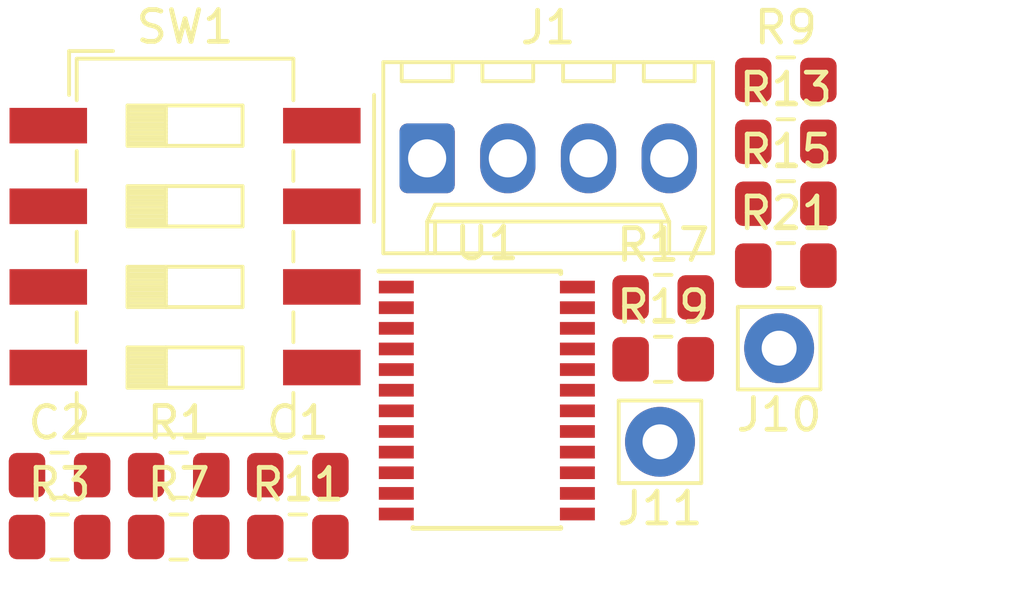
<source format=kicad_pcb>
(kicad_pcb (version 20171130) (host pcbnew 5.0.2+dfsg1-1~bpo9+1)

  (general
    (thickness 1.6)
    (drawings 0)
    (tracks 0)
    (zones 0)
    (modules 17)
    (nets 29)
  )

  (page A4)
  (layers
    (0 F.Cu signal)
    (31 B.Cu signal)
    (32 B.Adhes user)
    (33 F.Adhes user)
    (34 B.Paste user)
    (35 F.Paste user)
    (36 B.SilkS user)
    (37 F.SilkS user)
    (38 B.Mask user)
    (39 F.Mask user)
    (40 Dwgs.User user)
    (41 Cmts.User user)
    (42 Eco1.User user)
    (43 Eco2.User user)
    (44 Edge.Cuts user)
    (45 Margin user)
    (46 B.CrtYd user)
    (47 F.CrtYd user)
    (48 B.Fab user)
    (49 F.Fab user)
  )

  (setup
    (last_trace_width 0.25)
    (trace_clearance 0.2)
    (zone_clearance 0.508)
    (zone_45_only no)
    (trace_min 0.2)
    (segment_width 0.2)
    (edge_width 0.15)
    (via_size 0.8)
    (via_drill 0.4)
    (via_min_size 0.4)
    (via_min_drill 0.3)
    (uvia_size 0.3)
    (uvia_drill 0.1)
    (uvias_allowed no)
    (uvia_min_size 0.2)
    (uvia_min_drill 0.1)
    (pcb_text_width 0.3)
    (pcb_text_size 1.5 1.5)
    (mod_edge_width 0.15)
    (mod_text_size 1 1)
    (mod_text_width 0.15)
    (pad_size 1.524 1.524)
    (pad_drill 0.762)
    (pad_to_mask_clearance 0.051)
    (solder_mask_min_width 0.25)
    (aux_axis_origin 0 0)
    (visible_elements FFFFFF7F)
    (pcbplotparams
      (layerselection 0x010fc_ffffffff)
      (usegerberextensions false)
      (usegerberattributes false)
      (usegerberadvancedattributes false)
      (creategerberjobfile false)
      (excludeedgelayer true)
      (linewidth 0.100000)
      (plotframeref false)
      (viasonmask false)
      (mode 1)
      (useauxorigin false)
      (hpglpennumber 1)
      (hpglpenspeed 20)
      (hpglpendiameter 15.000000)
      (psnegative false)
      (psa4output false)
      (plotreference true)
      (plotvalue true)
      (plotinvisibletext false)
      (padsonsilk false)
      (subtractmaskfromsilk false)
      (outputformat 1)
      (mirror false)
      (drillshape 1)
      (scaleselection 1)
      (outputdirectory ""))
  )

  (net 0 "")
  (net 1 "Net-(C1-Pad2)")
  (net 2 "Net-(C1-Pad1)")
  (net 3 "Net-(J1-Pad3)")
  (net 4 "Net-(J1-Pad4)")
  (net 5 "Net-(J10-Pad1)")
  (net 6 "Net-(J11-Pad1)")
  (net 7 "Net-(R3-Pad1)")
  (net 8 "Net-(J2-Pad3)")
  (net 9 "Net-(J3-Pad3)")
  (net 10 "Net-(J4-Pad3)")
  (net 11 "Net-(J5-Pad3)")
  (net 12 "Net-(J6-Pad3)")
  (net 13 "Net-(J7-Pad3)")
  (net 14 "Net-(J8-Pad3)")
  (net 15 "Net-(J9-Pad3)")
  (net 16 "Net-(SW1-Pad5)")
  (net 17 "Net-(R6-Pad2)")
  (net 18 "Net-(R4-Pad2)")
  (net 19 "Net-(SW1-Pad4)")
  (net 20 "Net-(R2-Pad2)")
  (net 21 "Net-(J2-Pad4)")
  (net 22 "Net-(J3-Pad4)")
  (net 23 "Net-(J4-Pad4)")
  (net 24 "Net-(J5-Pad4)")
  (net 25 "Net-(J6-Pad4)")
  (net 26 "Net-(J7-Pad4)")
  (net 27 "Net-(J8-Pad4)")
  (net 28 "Net-(J9-Pad4)")

  (net_class Default "Ceci est la Netclass par défaut."
    (clearance 0.2)
    (trace_width 0.25)
    (via_dia 0.8)
    (via_drill 0.4)
    (uvia_dia 0.3)
    (uvia_drill 0.1)
    (add_net "Net-(C1-Pad1)")
    (add_net "Net-(C1-Pad2)")
    (add_net "Net-(J1-Pad3)")
    (add_net "Net-(J1-Pad4)")
    (add_net "Net-(J10-Pad1)")
    (add_net "Net-(J11-Pad1)")
    (add_net "Net-(J2-Pad3)")
    (add_net "Net-(J2-Pad4)")
    (add_net "Net-(J3-Pad3)")
    (add_net "Net-(J3-Pad4)")
    (add_net "Net-(J4-Pad3)")
    (add_net "Net-(J4-Pad4)")
    (add_net "Net-(J5-Pad3)")
    (add_net "Net-(J5-Pad4)")
    (add_net "Net-(J6-Pad3)")
    (add_net "Net-(J6-Pad4)")
    (add_net "Net-(J7-Pad3)")
    (add_net "Net-(J7-Pad4)")
    (add_net "Net-(J8-Pad3)")
    (add_net "Net-(J8-Pad4)")
    (add_net "Net-(J9-Pad3)")
    (add_net "Net-(J9-Pad4)")
    (add_net "Net-(R2-Pad2)")
    (add_net "Net-(R3-Pad1)")
    (add_net "Net-(R4-Pad2)")
    (add_net "Net-(R6-Pad2)")
    (add_net "Net-(SW1-Pad4)")
    (add_net "Net-(SW1-Pad5)")
  )

  (module Capacitor_SMD:C_0805_2012Metric_Pad1.15x1.40mm_HandSolder (layer F.Cu) (tedit 5B36C52B) (tstamp 5D0645F2)
    (at 117.325001 61.685001)
    (descr "Capacitor SMD 0805 (2012 Metric), square (rectangular) end terminal, IPC_7351 nominal with elongated pad for handsoldering. (Body size source: https://docs.google.com/spreadsheets/d/1BsfQQcO9C6DZCsRaXUlFlo91Tg2WpOkGARC1WS5S8t0/edit?usp=sharing), generated with kicad-footprint-generator")
    (tags "capacitor handsolder")
    (path /5D02C712)
    (attr smd)
    (fp_text reference C1 (at 0 -1.65) (layer F.SilkS)
      (effects (font (size 1 1) (thickness 0.15)))
    )
    (fp_text value 100n (at 0 1.65) (layer F.Fab)
      (effects (font (size 1 1) (thickness 0.15)))
    )
    (fp_text user %R (at 0 0) (layer F.Fab)
      (effects (font (size 0.5 0.5) (thickness 0.08)))
    )
    (fp_line (start 1.85 0.95) (end -1.85 0.95) (layer F.CrtYd) (width 0.05))
    (fp_line (start 1.85 -0.95) (end 1.85 0.95) (layer F.CrtYd) (width 0.05))
    (fp_line (start -1.85 -0.95) (end 1.85 -0.95) (layer F.CrtYd) (width 0.05))
    (fp_line (start -1.85 0.95) (end -1.85 -0.95) (layer F.CrtYd) (width 0.05))
    (fp_line (start -0.261252 0.71) (end 0.261252 0.71) (layer F.SilkS) (width 0.12))
    (fp_line (start -0.261252 -0.71) (end 0.261252 -0.71) (layer F.SilkS) (width 0.12))
    (fp_line (start 1 0.6) (end -1 0.6) (layer F.Fab) (width 0.1))
    (fp_line (start 1 -0.6) (end 1 0.6) (layer F.Fab) (width 0.1))
    (fp_line (start -1 -0.6) (end 1 -0.6) (layer F.Fab) (width 0.1))
    (fp_line (start -1 0.6) (end -1 -0.6) (layer F.Fab) (width 0.1))
    (pad 2 smd roundrect (at 1.025 0) (size 1.15 1.4) (layers F.Cu F.Paste F.Mask) (roundrect_rratio 0.217391)
      (net 1 "Net-(C1-Pad2)"))
    (pad 1 smd roundrect (at -1.025 0) (size 1.15 1.4) (layers F.Cu F.Paste F.Mask) (roundrect_rratio 0.217391)
      (net 2 "Net-(C1-Pad1)"))
    (model ${KISYS3DMOD}/Capacitor_SMD.3dshapes/C_0805_2012Metric.wrl
      (at (xyz 0 0 0))
      (scale (xyz 1 1 1))
      (rotate (xyz 0 0 0))
    )
  )

  (module Capacitor_SMD:C_0805_2012Metric_Pad1.15x1.40mm_HandSolder (layer F.Cu) (tedit 5B36C52B) (tstamp 5D064603)
    (at 109.825001 61.685001)
    (descr "Capacitor SMD 0805 (2012 Metric), square (rectangular) end terminal, IPC_7351 nominal with elongated pad for handsoldering. (Body size source: https://docs.google.com/spreadsheets/d/1BsfQQcO9C6DZCsRaXUlFlo91Tg2WpOkGARC1WS5S8t0/edit?usp=sharing), generated with kicad-footprint-generator")
    (tags "capacitor handsolder")
    (path /5D02C761)
    (attr smd)
    (fp_text reference C2 (at 0 -1.65) (layer F.SilkS)
      (effects (font (size 1 1) (thickness 0.15)))
    )
    (fp_text value 1u (at 0 1.65) (layer F.Fab)
      (effects (font (size 1 1) (thickness 0.15)))
    )
    (fp_line (start -1 0.6) (end -1 -0.6) (layer F.Fab) (width 0.1))
    (fp_line (start -1 -0.6) (end 1 -0.6) (layer F.Fab) (width 0.1))
    (fp_line (start 1 -0.6) (end 1 0.6) (layer F.Fab) (width 0.1))
    (fp_line (start 1 0.6) (end -1 0.6) (layer F.Fab) (width 0.1))
    (fp_line (start -0.261252 -0.71) (end 0.261252 -0.71) (layer F.SilkS) (width 0.12))
    (fp_line (start -0.261252 0.71) (end 0.261252 0.71) (layer F.SilkS) (width 0.12))
    (fp_line (start -1.85 0.95) (end -1.85 -0.95) (layer F.CrtYd) (width 0.05))
    (fp_line (start -1.85 -0.95) (end 1.85 -0.95) (layer F.CrtYd) (width 0.05))
    (fp_line (start 1.85 -0.95) (end 1.85 0.95) (layer F.CrtYd) (width 0.05))
    (fp_line (start 1.85 0.95) (end -1.85 0.95) (layer F.CrtYd) (width 0.05))
    (fp_text user %R (at 0 0) (layer F.Fab)
      (effects (font (size 0.5 0.5) (thickness 0.08)))
    )
    (pad 1 smd roundrect (at -1.025 0) (size 1.15 1.4) (layers F.Cu F.Paste F.Mask) (roundrect_rratio 0.217391)
      (net 2 "Net-(C1-Pad1)"))
    (pad 2 smd roundrect (at 1.025 0) (size 1.15 1.4) (layers F.Cu F.Paste F.Mask) (roundrect_rratio 0.217391)
      (net 1 "Net-(C1-Pad2)"))
    (model ${KISYS3DMOD}/Capacitor_SMD.3dshapes/C_0805_2012Metric.wrl
      (at (xyz 0 0 0))
      (scale (xyz 1 1 1))
      (rotate (xyz 0 0 0))
    )
  )

  (module Connector_Molex:Molex_KK-254_AE-6410-04A_1x04_P2.54mm_Vertical (layer F.Cu) (tedit 5B78013E) (tstamp 5D06462F)
    (at 121.395001 51.705001)
    (descr "Molex KK-254 Interconnect System, old/engineering part number: AE-6410-04A example for new part number: 22-27-2041, 4 Pins (http://www.molex.com/pdm_docs/sd/022272021_sd.pdf), generated with kicad-footprint-generator")
    (tags "connector Molex KK-254 side entry")
    (path /5D02C90B)
    (fp_text reference J1 (at 3.81 -4.12) (layer F.SilkS)
      (effects (font (size 1 1) (thickness 0.15)))
    )
    (fp_text value Conn_01x04_Male (at 3.81 4.08) (layer F.Fab)
      (effects (font (size 1 1) (thickness 0.15)))
    )
    (fp_line (start -1.27 -2.92) (end -1.27 2.88) (layer F.Fab) (width 0.1))
    (fp_line (start -1.27 2.88) (end 8.89 2.88) (layer F.Fab) (width 0.1))
    (fp_line (start 8.89 2.88) (end 8.89 -2.92) (layer F.Fab) (width 0.1))
    (fp_line (start 8.89 -2.92) (end -1.27 -2.92) (layer F.Fab) (width 0.1))
    (fp_line (start -1.38 -3.03) (end -1.38 2.99) (layer F.SilkS) (width 0.12))
    (fp_line (start -1.38 2.99) (end 9 2.99) (layer F.SilkS) (width 0.12))
    (fp_line (start 9 2.99) (end 9 -3.03) (layer F.SilkS) (width 0.12))
    (fp_line (start 9 -3.03) (end -1.38 -3.03) (layer F.SilkS) (width 0.12))
    (fp_line (start -1.67 -2) (end -1.67 2) (layer F.SilkS) (width 0.12))
    (fp_line (start -1.27 -0.5) (end -0.562893 0) (layer F.Fab) (width 0.1))
    (fp_line (start -0.562893 0) (end -1.27 0.5) (layer F.Fab) (width 0.1))
    (fp_line (start 0 2.99) (end 0 1.99) (layer F.SilkS) (width 0.12))
    (fp_line (start 0 1.99) (end 7.62 1.99) (layer F.SilkS) (width 0.12))
    (fp_line (start 7.62 1.99) (end 7.62 2.99) (layer F.SilkS) (width 0.12))
    (fp_line (start 0 1.99) (end 0.25 1.46) (layer F.SilkS) (width 0.12))
    (fp_line (start 0.25 1.46) (end 7.37 1.46) (layer F.SilkS) (width 0.12))
    (fp_line (start 7.37 1.46) (end 7.62 1.99) (layer F.SilkS) (width 0.12))
    (fp_line (start 0.25 2.99) (end 0.25 1.99) (layer F.SilkS) (width 0.12))
    (fp_line (start 7.37 2.99) (end 7.37 1.99) (layer F.SilkS) (width 0.12))
    (fp_line (start -0.8 -3.03) (end -0.8 -2.43) (layer F.SilkS) (width 0.12))
    (fp_line (start -0.8 -2.43) (end 0.8 -2.43) (layer F.SilkS) (width 0.12))
    (fp_line (start 0.8 -2.43) (end 0.8 -3.03) (layer F.SilkS) (width 0.12))
    (fp_line (start 1.74 -3.03) (end 1.74 -2.43) (layer F.SilkS) (width 0.12))
    (fp_line (start 1.74 -2.43) (end 3.34 -2.43) (layer F.SilkS) (width 0.12))
    (fp_line (start 3.34 -2.43) (end 3.34 -3.03) (layer F.SilkS) (width 0.12))
    (fp_line (start 4.28 -3.03) (end 4.28 -2.43) (layer F.SilkS) (width 0.12))
    (fp_line (start 4.28 -2.43) (end 5.88 -2.43) (layer F.SilkS) (width 0.12))
    (fp_line (start 5.88 -2.43) (end 5.88 -3.03) (layer F.SilkS) (width 0.12))
    (fp_line (start 6.82 -3.03) (end 6.82 -2.43) (layer F.SilkS) (width 0.12))
    (fp_line (start 6.82 -2.43) (end 8.42 -2.43) (layer F.SilkS) (width 0.12))
    (fp_line (start 8.42 -2.43) (end 8.42 -3.03) (layer F.SilkS) (width 0.12))
    (fp_line (start -1.77 -3.42) (end -1.77 3.38) (layer F.CrtYd) (width 0.05))
    (fp_line (start -1.77 3.38) (end 9.39 3.38) (layer F.CrtYd) (width 0.05))
    (fp_line (start 9.39 3.38) (end 9.39 -3.42) (layer F.CrtYd) (width 0.05))
    (fp_line (start 9.39 -3.42) (end -1.77 -3.42) (layer F.CrtYd) (width 0.05))
    (fp_text user %R (at 3.81 -2.22) (layer F.Fab)
      (effects (font (size 1 1) (thickness 0.15)))
    )
    (pad 1 thru_hole roundrect (at 0 0) (size 1.74 2.2) (drill 1.2) (layers *.Cu *.Mask) (roundrect_rratio 0.143678)
      (net 2 "Net-(C1-Pad1)"))
    (pad 2 thru_hole oval (at 2.54 0) (size 1.74 2.2) (drill 1.2) (layers *.Cu *.Mask)
      (net 1 "Net-(C1-Pad2)"))
    (pad 3 thru_hole oval (at 5.08 0) (size 1.74 2.2) (drill 1.2) (layers *.Cu *.Mask)
      (net 3 "Net-(J1-Pad3)"))
    (pad 4 thru_hole oval (at 7.62 0) (size 1.74 2.2) (drill 1.2) (layers *.Cu *.Mask)
      (net 4 "Net-(J1-Pad4)"))
    (model ${KISYS3DMOD}/Connector_Molex.3dshapes/Molex_KK-254_AE-6410-04A_1x04_P2.54mm_Vertical.wrl
      (at (xyz 0 0 0))
      (scale (xyz 1 1 1))
      (rotate (xyz 0 0 0))
    )
  )

  (module Connector_Pin:Pin_D1.1mm_L8.5mm_W2.5mm_FlatFork (layer F.Cu) (tedit 5A1DC085) (tstamp 5D064641)
    (at 132.475001 57.685001)
    (descr "solder Pin_ with flat fork, hole diameter 1.1mm, length 8.5mm, width 2.5mm")
    (tags "solder Pin_ with flat fork")
    (path /5D1BDC17)
    (fp_text reference J10 (at 0 2.1) (layer F.SilkS)
      (effects (font (size 1 1) (thickness 0.15)))
    )
    (fp_text value Conn_01x01_Female (at 0 -2.05) (layer F.Fab)
      (effects (font (size 1 1) (thickness 0.15)))
    )
    (fp_text user %R (at 0 2.1) (layer F.Fab)
      (effects (font (size 1 1) (thickness 0.15)))
    )
    (fp_line (start -1.3 1.3) (end -1.3 -1.3) (layer F.SilkS) (width 0.12))
    (fp_line (start -1.3 -1.3) (end 1.3 -1.3) (layer F.SilkS) (width 0.12))
    (fp_line (start 1.3 -1.3) (end 1.3 1.3) (layer F.SilkS) (width 0.12))
    (fp_line (start -1.3 1.3) (end 1.3 1.3) (layer F.SilkS) (width 0.12))
    (fp_line (start -1.25 -0.25) (end -1.25 0.25) (layer F.Fab) (width 0.12))
    (fp_line (start -1.25 0.25) (end 1.25 0.25) (layer F.Fab) (width 0.12))
    (fp_line (start 1.25 0.25) (end 1.25 -0.25) (layer F.Fab) (width 0.12))
    (fp_line (start 1.25 -0.25) (end -1.25 -0.25) (layer F.Fab) (width 0.12))
    (fp_line (start -1.75 -1.6) (end 1.75 -1.6) (layer F.CrtYd) (width 0.05))
    (fp_line (start -1.75 -1.6) (end -1.75 1.6) (layer F.CrtYd) (width 0.05))
    (fp_line (start 1.75 1.6) (end 1.75 -1.6) (layer F.CrtYd) (width 0.05))
    (fp_line (start 1.75 1.6) (end -1.75 1.6) (layer F.CrtYd) (width 0.05))
    (pad 1 thru_hole circle (at 0 0) (size 2.2 2.2) (drill 1.1) (layers *.Cu *.Mask)
      (net 5 "Net-(J10-Pad1)"))
    (model ${KISYS3DMOD}/Connector_Pin.3dshapes/Pin_D1.1mm_L8.5mm_W2.5mm_FlatFork.wrl
      (at (xyz 0 0 0))
      (scale (xyz 1 1 1))
      (rotate (xyz 0 0 0))
    )
  )

  (module Connector_Pin:Pin_D1.1mm_L8.5mm_W2.5mm_FlatFork (layer F.Cu) (tedit 5A1DC085) (tstamp 5D064653)
    (at 128.725001 60.635001)
    (descr "solder Pin_ with flat fork, hole diameter 1.1mm, length 8.5mm, width 2.5mm")
    (tags "solder Pin_ with flat fork")
    (path /5D1BDD09)
    (fp_text reference J11 (at 0 2.1) (layer F.SilkS)
      (effects (font (size 1 1) (thickness 0.15)))
    )
    (fp_text value Conn_01x01_Female (at 0 -2.05) (layer F.Fab)
      (effects (font (size 1 1) (thickness 0.15)))
    )
    (fp_line (start 1.75 1.6) (end -1.75 1.6) (layer F.CrtYd) (width 0.05))
    (fp_line (start 1.75 1.6) (end 1.75 -1.6) (layer F.CrtYd) (width 0.05))
    (fp_line (start -1.75 -1.6) (end -1.75 1.6) (layer F.CrtYd) (width 0.05))
    (fp_line (start -1.75 -1.6) (end 1.75 -1.6) (layer F.CrtYd) (width 0.05))
    (fp_line (start 1.25 -0.25) (end -1.25 -0.25) (layer F.Fab) (width 0.12))
    (fp_line (start 1.25 0.25) (end 1.25 -0.25) (layer F.Fab) (width 0.12))
    (fp_line (start -1.25 0.25) (end 1.25 0.25) (layer F.Fab) (width 0.12))
    (fp_line (start -1.25 -0.25) (end -1.25 0.25) (layer F.Fab) (width 0.12))
    (fp_line (start -1.3 1.3) (end 1.3 1.3) (layer F.SilkS) (width 0.12))
    (fp_line (start 1.3 -1.3) (end 1.3 1.3) (layer F.SilkS) (width 0.12))
    (fp_line (start -1.3 -1.3) (end 1.3 -1.3) (layer F.SilkS) (width 0.12))
    (fp_line (start -1.3 1.3) (end -1.3 -1.3) (layer F.SilkS) (width 0.12))
    (fp_text user %R (at 0 2.1) (layer F.Fab)
      (effects (font (size 1 1) (thickness 0.15)))
    )
    (pad 1 thru_hole circle (at 0 0) (size 2.2 2.2) (drill 1.1) (layers *.Cu *.Mask)
      (net 6 "Net-(J11-Pad1)"))
    (model ${KISYS3DMOD}/Connector_Pin.3dshapes/Pin_D1.1mm_L8.5mm_W2.5mm_FlatFork.wrl
      (at (xyz 0 0 0))
      (scale (xyz 1 1 1))
      (rotate (xyz 0 0 0))
    )
  )

  (module Resistor_SMD:R_0805_2012Metric_Pad1.15x1.40mm_HandSolder (layer F.Cu) (tedit 5B36C52B) (tstamp 5D064664)
    (at 113.575001 61.685001)
    (descr "Resistor SMD 0805 (2012 Metric), square (rectangular) end terminal, IPC_7351 nominal with elongated pad for handsoldering. (Body size source: https://docs.google.com/spreadsheets/d/1BsfQQcO9C6DZCsRaXUlFlo91Tg2WpOkGARC1WS5S8t0/edit?usp=sharing), generated with kicad-footprint-generator")
    (tags "resistor handsolder")
    (path /5D0CA7EA)
    (attr smd)
    (fp_text reference R1 (at 0 -1.65) (layer F.SilkS)
      (effects (font (size 1 1) (thickness 0.15)))
    )
    (fp_text value 2.1k (at 0 1.65) (layer F.Fab)
      (effects (font (size 1 1) (thickness 0.15)))
    )
    (fp_line (start -1 0.6) (end -1 -0.6) (layer F.Fab) (width 0.1))
    (fp_line (start -1 -0.6) (end 1 -0.6) (layer F.Fab) (width 0.1))
    (fp_line (start 1 -0.6) (end 1 0.6) (layer F.Fab) (width 0.1))
    (fp_line (start 1 0.6) (end -1 0.6) (layer F.Fab) (width 0.1))
    (fp_line (start -0.261252 -0.71) (end 0.261252 -0.71) (layer F.SilkS) (width 0.12))
    (fp_line (start -0.261252 0.71) (end 0.261252 0.71) (layer F.SilkS) (width 0.12))
    (fp_line (start -1.85 0.95) (end -1.85 -0.95) (layer F.CrtYd) (width 0.05))
    (fp_line (start -1.85 -0.95) (end 1.85 -0.95) (layer F.CrtYd) (width 0.05))
    (fp_line (start 1.85 -0.95) (end 1.85 0.95) (layer F.CrtYd) (width 0.05))
    (fp_line (start 1.85 0.95) (end -1.85 0.95) (layer F.CrtYd) (width 0.05))
    (fp_text user %R (at 0 0) (layer F.Fab)
      (effects (font (size 0.5 0.5) (thickness 0.08)))
    )
    (pad 1 smd roundrect (at -1.025 0) (size 1.15 1.4) (layers F.Cu F.Paste F.Mask) (roundrect_rratio 0.217391)
      (net 1 "Net-(C1-Pad2)"))
    (pad 2 smd roundrect (at 1.025 0) (size 1.15 1.4) (layers F.Cu F.Paste F.Mask) (roundrect_rratio 0.217391)
      (net 3 "Net-(J1-Pad3)"))
    (model ${KISYS3DMOD}/Resistor_SMD.3dshapes/R_0805_2012Metric.wrl
      (at (xyz 0 0 0))
      (scale (xyz 1 1 1))
      (rotate (xyz 0 0 0))
    )
  )

  (module Resistor_SMD:R_0805_2012Metric_Pad1.15x1.40mm_HandSolder (layer F.Cu) (tedit 5B36C52B) (tstamp 5D064675)
    (at 109.825001 63.635001)
    (descr "Resistor SMD 0805 (2012 Metric), square (rectangular) end terminal, IPC_7351 nominal with elongated pad for handsoldering. (Body size source: https://docs.google.com/spreadsheets/d/1BsfQQcO9C6DZCsRaXUlFlo91Tg2WpOkGARC1WS5S8t0/edit?usp=sharing), generated with kicad-footprint-generator")
    (tags "resistor handsolder")
    (path /5D1774A0)
    (attr smd)
    (fp_text reference R3 (at 0 -1.65) (layer F.SilkS)
      (effects (font (size 1 1) (thickness 0.15)))
    )
    (fp_text value 10k (at 0 1.65) (layer F.Fab)
      (effects (font (size 1 1) (thickness 0.15)))
    )
    (fp_text user %R (at 0 0) (layer F.Fab)
      (effects (font (size 0.5 0.5) (thickness 0.08)))
    )
    (fp_line (start 1.85 0.95) (end -1.85 0.95) (layer F.CrtYd) (width 0.05))
    (fp_line (start 1.85 -0.95) (end 1.85 0.95) (layer F.CrtYd) (width 0.05))
    (fp_line (start -1.85 -0.95) (end 1.85 -0.95) (layer F.CrtYd) (width 0.05))
    (fp_line (start -1.85 0.95) (end -1.85 -0.95) (layer F.CrtYd) (width 0.05))
    (fp_line (start -0.261252 0.71) (end 0.261252 0.71) (layer F.SilkS) (width 0.12))
    (fp_line (start -0.261252 -0.71) (end 0.261252 -0.71) (layer F.SilkS) (width 0.12))
    (fp_line (start 1 0.6) (end -1 0.6) (layer F.Fab) (width 0.1))
    (fp_line (start 1 -0.6) (end 1 0.6) (layer F.Fab) (width 0.1))
    (fp_line (start -1 -0.6) (end 1 -0.6) (layer F.Fab) (width 0.1))
    (fp_line (start -1 0.6) (end -1 -0.6) (layer F.Fab) (width 0.1))
    (pad 2 smd roundrect (at 1.025 0) (size 1.15 1.4) (layers F.Cu F.Paste F.Mask) (roundrect_rratio 0.217391)
      (net 1 "Net-(C1-Pad2)"))
    (pad 1 smd roundrect (at -1.025 0) (size 1.15 1.4) (layers F.Cu F.Paste F.Mask) (roundrect_rratio 0.217391)
      (net 7 "Net-(R3-Pad1)"))
    (model ${KISYS3DMOD}/Resistor_SMD.3dshapes/R_0805_2012Metric.wrl
      (at (xyz 0 0 0))
      (scale (xyz 1 1 1))
      (rotate (xyz 0 0 0))
    )
  )

  (module Resistor_SMD:R_0805_2012Metric_Pad1.15x1.40mm_HandSolder (layer F.Cu) (tedit 5B36C52B) (tstamp 5D064686)
    (at 113.575001 63.635001)
    (descr "Resistor SMD 0805 (2012 Metric), square (rectangular) end terminal, IPC_7351 nominal with elongated pad for handsoldering. (Body size source: https://docs.google.com/spreadsheets/d/1BsfQQcO9C6DZCsRaXUlFlo91Tg2WpOkGARC1WS5S8t0/edit?usp=sharing), generated with kicad-footprint-generator")
    (tags "resistor handsolder")
    (path /5D0AF2AA)
    (attr smd)
    (fp_text reference R7 (at 0 -1.65) (layer F.SilkS)
      (effects (font (size 1 1) (thickness 0.15)))
    )
    (fp_text value 2.1k (at 0 1.65) (layer F.Fab)
      (effects (font (size 1 1) (thickness 0.15)))
    )
    (fp_line (start -1 0.6) (end -1 -0.6) (layer F.Fab) (width 0.1))
    (fp_line (start -1 -0.6) (end 1 -0.6) (layer F.Fab) (width 0.1))
    (fp_line (start 1 -0.6) (end 1 0.6) (layer F.Fab) (width 0.1))
    (fp_line (start 1 0.6) (end -1 0.6) (layer F.Fab) (width 0.1))
    (fp_line (start -0.261252 -0.71) (end 0.261252 -0.71) (layer F.SilkS) (width 0.12))
    (fp_line (start -0.261252 0.71) (end 0.261252 0.71) (layer F.SilkS) (width 0.12))
    (fp_line (start -1.85 0.95) (end -1.85 -0.95) (layer F.CrtYd) (width 0.05))
    (fp_line (start -1.85 -0.95) (end 1.85 -0.95) (layer F.CrtYd) (width 0.05))
    (fp_line (start 1.85 -0.95) (end 1.85 0.95) (layer F.CrtYd) (width 0.05))
    (fp_line (start 1.85 0.95) (end -1.85 0.95) (layer F.CrtYd) (width 0.05))
    (fp_text user %R (at 0 0) (layer F.Fab)
      (effects (font (size 0.5 0.5) (thickness 0.08)))
    )
    (pad 1 smd roundrect (at -1.025 0) (size 1.15 1.4) (layers F.Cu F.Paste F.Mask) (roundrect_rratio 0.217391)
      (net 1 "Net-(C1-Pad2)"))
    (pad 2 smd roundrect (at 1.025 0) (size 1.15 1.4) (layers F.Cu F.Paste F.Mask) (roundrect_rratio 0.217391)
      (net 8 "Net-(J2-Pad3)"))
    (model ${KISYS3DMOD}/Resistor_SMD.3dshapes/R_0805_2012Metric.wrl
      (at (xyz 0 0 0))
      (scale (xyz 1 1 1))
      (rotate (xyz 0 0 0))
    )
  )

  (module Resistor_SMD:R_0805_2012Metric_Pad1.15x1.40mm_HandSolder (layer F.Cu) (tedit 5B36C52B) (tstamp 5D064697)
    (at 132.685001 49.235001)
    (descr "Resistor SMD 0805 (2012 Metric), square (rectangular) end terminal, IPC_7351 nominal with elongated pad for handsoldering. (Body size source: https://docs.google.com/spreadsheets/d/1BsfQQcO9C6DZCsRaXUlFlo91Tg2WpOkGARC1WS5S8t0/edit?usp=sharing), generated with kicad-footprint-generator")
    (tags "resistor handsolder")
    (path /5D02D1ED)
    (attr smd)
    (fp_text reference R9 (at 0 -1.65) (layer F.SilkS)
      (effects (font (size 1 1) (thickness 0.15)))
    )
    (fp_text value 2.1k (at 0 1.65) (layer F.Fab)
      (effects (font (size 1 1) (thickness 0.15)))
    )
    (fp_text user %R (at 0 0) (layer F.Fab)
      (effects (font (size 0.5 0.5) (thickness 0.08)))
    )
    (fp_line (start 1.85 0.95) (end -1.85 0.95) (layer F.CrtYd) (width 0.05))
    (fp_line (start 1.85 -0.95) (end 1.85 0.95) (layer F.CrtYd) (width 0.05))
    (fp_line (start -1.85 -0.95) (end 1.85 -0.95) (layer F.CrtYd) (width 0.05))
    (fp_line (start -1.85 0.95) (end -1.85 -0.95) (layer F.CrtYd) (width 0.05))
    (fp_line (start -0.261252 0.71) (end 0.261252 0.71) (layer F.SilkS) (width 0.12))
    (fp_line (start -0.261252 -0.71) (end 0.261252 -0.71) (layer F.SilkS) (width 0.12))
    (fp_line (start 1 0.6) (end -1 0.6) (layer F.Fab) (width 0.1))
    (fp_line (start 1 -0.6) (end 1 0.6) (layer F.Fab) (width 0.1))
    (fp_line (start -1 -0.6) (end 1 -0.6) (layer F.Fab) (width 0.1))
    (fp_line (start -1 0.6) (end -1 -0.6) (layer F.Fab) (width 0.1))
    (pad 2 smd roundrect (at 1.025 0) (size 1.15 1.4) (layers F.Cu F.Paste F.Mask) (roundrect_rratio 0.217391)
      (net 9 "Net-(J3-Pad3)"))
    (pad 1 smd roundrect (at -1.025 0) (size 1.15 1.4) (layers F.Cu F.Paste F.Mask) (roundrect_rratio 0.217391)
      (net 1 "Net-(C1-Pad2)"))
    (model ${KISYS3DMOD}/Resistor_SMD.3dshapes/R_0805_2012Metric.wrl
      (at (xyz 0 0 0))
      (scale (xyz 1 1 1))
      (rotate (xyz 0 0 0))
    )
  )

  (module Resistor_SMD:R_0805_2012Metric_Pad1.15x1.40mm_HandSolder (layer F.Cu) (tedit 5B36C52B) (tstamp 5D0646A8)
    (at 117.325001 63.635001)
    (descr "Resistor SMD 0805 (2012 Metric), square (rectangular) end terminal, IPC_7351 nominal with elongated pad for handsoldering. (Body size source: https://docs.google.com/spreadsheets/d/1BsfQQcO9C6DZCsRaXUlFlo91Tg2WpOkGARC1WS5S8t0/edit?usp=sharing), generated with kicad-footprint-generator")
    (tags "resistor handsolder")
    (path /5D0B3070)
    (attr smd)
    (fp_text reference R11 (at 0 -1.65) (layer F.SilkS)
      (effects (font (size 1 1) (thickness 0.15)))
    )
    (fp_text value 2.1k (at 0 1.65) (layer F.Fab)
      (effects (font (size 1 1) (thickness 0.15)))
    )
    (fp_text user %R (at 0 0) (layer F.Fab)
      (effects (font (size 0.5 0.5) (thickness 0.08)))
    )
    (fp_line (start 1.85 0.95) (end -1.85 0.95) (layer F.CrtYd) (width 0.05))
    (fp_line (start 1.85 -0.95) (end 1.85 0.95) (layer F.CrtYd) (width 0.05))
    (fp_line (start -1.85 -0.95) (end 1.85 -0.95) (layer F.CrtYd) (width 0.05))
    (fp_line (start -1.85 0.95) (end -1.85 -0.95) (layer F.CrtYd) (width 0.05))
    (fp_line (start -0.261252 0.71) (end 0.261252 0.71) (layer F.SilkS) (width 0.12))
    (fp_line (start -0.261252 -0.71) (end 0.261252 -0.71) (layer F.SilkS) (width 0.12))
    (fp_line (start 1 0.6) (end -1 0.6) (layer F.Fab) (width 0.1))
    (fp_line (start 1 -0.6) (end 1 0.6) (layer F.Fab) (width 0.1))
    (fp_line (start -1 -0.6) (end 1 -0.6) (layer F.Fab) (width 0.1))
    (fp_line (start -1 0.6) (end -1 -0.6) (layer F.Fab) (width 0.1))
    (pad 2 smd roundrect (at 1.025 0) (size 1.15 1.4) (layers F.Cu F.Paste F.Mask) (roundrect_rratio 0.217391)
      (net 10 "Net-(J4-Pad3)"))
    (pad 1 smd roundrect (at -1.025 0) (size 1.15 1.4) (layers F.Cu F.Paste F.Mask) (roundrect_rratio 0.217391)
      (net 1 "Net-(C1-Pad2)"))
    (model ${KISYS3DMOD}/Resistor_SMD.3dshapes/R_0805_2012Metric.wrl
      (at (xyz 0 0 0))
      (scale (xyz 1 1 1))
      (rotate (xyz 0 0 0))
    )
  )

  (module Resistor_SMD:R_0805_2012Metric_Pad1.15x1.40mm_HandSolder (layer F.Cu) (tedit 5B36C52B) (tstamp 5D0646B9)
    (at 132.685001 51.185001)
    (descr "Resistor SMD 0805 (2012 Metric), square (rectangular) end terminal, IPC_7351 nominal with elongated pad for handsoldering. (Body size source: https://docs.google.com/spreadsheets/d/1BsfQQcO9C6DZCsRaXUlFlo91Tg2WpOkGARC1WS5S8t0/edit?usp=sharing), generated with kicad-footprint-generator")
    (tags "resistor handsolder")
    (path /5D0B6DE6)
    (attr smd)
    (fp_text reference R13 (at 0 -1.65) (layer F.SilkS)
      (effects (font (size 1 1) (thickness 0.15)))
    )
    (fp_text value 2.1k (at 0 1.65) (layer F.Fab)
      (effects (font (size 1 1) (thickness 0.15)))
    )
    (fp_text user %R (at 0 0) (layer F.Fab)
      (effects (font (size 0.5 0.5) (thickness 0.08)))
    )
    (fp_line (start 1.85 0.95) (end -1.85 0.95) (layer F.CrtYd) (width 0.05))
    (fp_line (start 1.85 -0.95) (end 1.85 0.95) (layer F.CrtYd) (width 0.05))
    (fp_line (start -1.85 -0.95) (end 1.85 -0.95) (layer F.CrtYd) (width 0.05))
    (fp_line (start -1.85 0.95) (end -1.85 -0.95) (layer F.CrtYd) (width 0.05))
    (fp_line (start -0.261252 0.71) (end 0.261252 0.71) (layer F.SilkS) (width 0.12))
    (fp_line (start -0.261252 -0.71) (end 0.261252 -0.71) (layer F.SilkS) (width 0.12))
    (fp_line (start 1 0.6) (end -1 0.6) (layer F.Fab) (width 0.1))
    (fp_line (start 1 -0.6) (end 1 0.6) (layer F.Fab) (width 0.1))
    (fp_line (start -1 -0.6) (end 1 -0.6) (layer F.Fab) (width 0.1))
    (fp_line (start -1 0.6) (end -1 -0.6) (layer F.Fab) (width 0.1))
    (pad 2 smd roundrect (at 1.025 0) (size 1.15 1.4) (layers F.Cu F.Paste F.Mask) (roundrect_rratio 0.217391)
      (net 11 "Net-(J5-Pad3)"))
    (pad 1 smd roundrect (at -1.025 0) (size 1.15 1.4) (layers F.Cu F.Paste F.Mask) (roundrect_rratio 0.217391)
      (net 1 "Net-(C1-Pad2)"))
    (model ${KISYS3DMOD}/Resistor_SMD.3dshapes/R_0805_2012Metric.wrl
      (at (xyz 0 0 0))
      (scale (xyz 1 1 1))
      (rotate (xyz 0 0 0))
    )
  )

  (module Resistor_SMD:R_0805_2012Metric_Pad1.15x1.40mm_HandSolder (layer F.Cu) (tedit 5B36C52B) (tstamp 5D0646CA)
    (at 132.685001 53.135001)
    (descr "Resistor SMD 0805 (2012 Metric), square (rectangular) end terminal, IPC_7351 nominal with elongated pad for handsoldering. (Body size source: https://docs.google.com/spreadsheets/d/1BsfQQcO9C6DZCsRaXUlFlo91Tg2WpOkGARC1WS5S8t0/edit?usp=sharing), generated with kicad-footprint-generator")
    (tags "resistor handsolder")
    (path /5D18F1B7)
    (attr smd)
    (fp_text reference R15 (at 0 -1.65) (layer F.SilkS)
      (effects (font (size 1 1) (thickness 0.15)))
    )
    (fp_text value 2.1k (at 0 1.65) (layer F.Fab)
      (effects (font (size 1 1) (thickness 0.15)))
    )
    (fp_line (start -1 0.6) (end -1 -0.6) (layer F.Fab) (width 0.1))
    (fp_line (start -1 -0.6) (end 1 -0.6) (layer F.Fab) (width 0.1))
    (fp_line (start 1 -0.6) (end 1 0.6) (layer F.Fab) (width 0.1))
    (fp_line (start 1 0.6) (end -1 0.6) (layer F.Fab) (width 0.1))
    (fp_line (start -0.261252 -0.71) (end 0.261252 -0.71) (layer F.SilkS) (width 0.12))
    (fp_line (start -0.261252 0.71) (end 0.261252 0.71) (layer F.SilkS) (width 0.12))
    (fp_line (start -1.85 0.95) (end -1.85 -0.95) (layer F.CrtYd) (width 0.05))
    (fp_line (start -1.85 -0.95) (end 1.85 -0.95) (layer F.CrtYd) (width 0.05))
    (fp_line (start 1.85 -0.95) (end 1.85 0.95) (layer F.CrtYd) (width 0.05))
    (fp_line (start 1.85 0.95) (end -1.85 0.95) (layer F.CrtYd) (width 0.05))
    (fp_text user %R (at 0 0) (layer F.Fab)
      (effects (font (size 0.5 0.5) (thickness 0.08)))
    )
    (pad 1 smd roundrect (at -1.025 0) (size 1.15 1.4) (layers F.Cu F.Paste F.Mask) (roundrect_rratio 0.217391)
      (net 1 "Net-(C1-Pad2)"))
    (pad 2 smd roundrect (at 1.025 0) (size 1.15 1.4) (layers F.Cu F.Paste F.Mask) (roundrect_rratio 0.217391)
      (net 12 "Net-(J6-Pad3)"))
    (model ${KISYS3DMOD}/Resistor_SMD.3dshapes/R_0805_2012Metric.wrl
      (at (xyz 0 0 0))
      (scale (xyz 1 1 1))
      (rotate (xyz 0 0 0))
    )
  )

  (module Resistor_SMD:R_0805_2012Metric_Pad1.15x1.40mm_HandSolder (layer F.Cu) (tedit 5B36C52B) (tstamp 5D0646DB)
    (at 128.825001 56.085001)
    (descr "Resistor SMD 0805 (2012 Metric), square (rectangular) end terminal, IPC_7351 nominal with elongated pad for handsoldering. (Body size source: https://docs.google.com/spreadsheets/d/1BsfQQcO9C6DZCsRaXUlFlo91Tg2WpOkGARC1WS5S8t0/edit?usp=sharing), generated with kicad-footprint-generator")
    (tags "resistor handsolder")
    (path /5D196D68)
    (attr smd)
    (fp_text reference R17 (at 0 -1.65) (layer F.SilkS)
      (effects (font (size 1 1) (thickness 0.15)))
    )
    (fp_text value 2.1k (at 0 1.65) (layer F.Fab)
      (effects (font (size 1 1) (thickness 0.15)))
    )
    (fp_line (start -1 0.6) (end -1 -0.6) (layer F.Fab) (width 0.1))
    (fp_line (start -1 -0.6) (end 1 -0.6) (layer F.Fab) (width 0.1))
    (fp_line (start 1 -0.6) (end 1 0.6) (layer F.Fab) (width 0.1))
    (fp_line (start 1 0.6) (end -1 0.6) (layer F.Fab) (width 0.1))
    (fp_line (start -0.261252 -0.71) (end 0.261252 -0.71) (layer F.SilkS) (width 0.12))
    (fp_line (start -0.261252 0.71) (end 0.261252 0.71) (layer F.SilkS) (width 0.12))
    (fp_line (start -1.85 0.95) (end -1.85 -0.95) (layer F.CrtYd) (width 0.05))
    (fp_line (start -1.85 -0.95) (end 1.85 -0.95) (layer F.CrtYd) (width 0.05))
    (fp_line (start 1.85 -0.95) (end 1.85 0.95) (layer F.CrtYd) (width 0.05))
    (fp_line (start 1.85 0.95) (end -1.85 0.95) (layer F.CrtYd) (width 0.05))
    (fp_text user %R (at 0 0) (layer F.Fab)
      (effects (font (size 0.5 0.5) (thickness 0.08)))
    )
    (pad 1 smd roundrect (at -1.025 0) (size 1.15 1.4) (layers F.Cu F.Paste F.Mask) (roundrect_rratio 0.217391)
      (net 1 "Net-(C1-Pad2)"))
    (pad 2 smd roundrect (at 1.025 0) (size 1.15 1.4) (layers F.Cu F.Paste F.Mask) (roundrect_rratio 0.217391)
      (net 13 "Net-(J7-Pad3)"))
    (model ${KISYS3DMOD}/Resistor_SMD.3dshapes/R_0805_2012Metric.wrl
      (at (xyz 0 0 0))
      (scale (xyz 1 1 1))
      (rotate (xyz 0 0 0))
    )
  )

  (module Resistor_SMD:R_0805_2012Metric_Pad1.15x1.40mm_HandSolder (layer F.Cu) (tedit 5B36C52B) (tstamp 5D0646EC)
    (at 128.825001 58.035001)
    (descr "Resistor SMD 0805 (2012 Metric), square (rectangular) end terminal, IPC_7351 nominal with elongated pad for handsoldering. (Body size source: https://docs.google.com/spreadsheets/d/1BsfQQcO9C6DZCsRaXUlFlo91Tg2WpOkGARC1WS5S8t0/edit?usp=sharing), generated with kicad-footprint-generator")
    (tags "resistor handsolder")
    (path /5D19E95F)
    (attr smd)
    (fp_text reference R19 (at 0 -1.65) (layer F.SilkS)
      (effects (font (size 1 1) (thickness 0.15)))
    )
    (fp_text value 2.1k (at 0 1.65) (layer F.Fab)
      (effects (font (size 1 1) (thickness 0.15)))
    )
    (fp_text user %R (at 0 0) (layer F.Fab)
      (effects (font (size 0.5 0.5) (thickness 0.08)))
    )
    (fp_line (start 1.85 0.95) (end -1.85 0.95) (layer F.CrtYd) (width 0.05))
    (fp_line (start 1.85 -0.95) (end 1.85 0.95) (layer F.CrtYd) (width 0.05))
    (fp_line (start -1.85 -0.95) (end 1.85 -0.95) (layer F.CrtYd) (width 0.05))
    (fp_line (start -1.85 0.95) (end -1.85 -0.95) (layer F.CrtYd) (width 0.05))
    (fp_line (start -0.261252 0.71) (end 0.261252 0.71) (layer F.SilkS) (width 0.12))
    (fp_line (start -0.261252 -0.71) (end 0.261252 -0.71) (layer F.SilkS) (width 0.12))
    (fp_line (start 1 0.6) (end -1 0.6) (layer F.Fab) (width 0.1))
    (fp_line (start 1 -0.6) (end 1 0.6) (layer F.Fab) (width 0.1))
    (fp_line (start -1 -0.6) (end 1 -0.6) (layer F.Fab) (width 0.1))
    (fp_line (start -1 0.6) (end -1 -0.6) (layer F.Fab) (width 0.1))
    (pad 2 smd roundrect (at 1.025 0) (size 1.15 1.4) (layers F.Cu F.Paste F.Mask) (roundrect_rratio 0.217391)
      (net 14 "Net-(J8-Pad3)"))
    (pad 1 smd roundrect (at -1.025 0) (size 1.15 1.4) (layers F.Cu F.Paste F.Mask) (roundrect_rratio 0.217391)
      (net 1 "Net-(C1-Pad2)"))
    (model ${KISYS3DMOD}/Resistor_SMD.3dshapes/R_0805_2012Metric.wrl
      (at (xyz 0 0 0))
      (scale (xyz 1 1 1))
      (rotate (xyz 0 0 0))
    )
  )

  (module Resistor_SMD:R_0805_2012Metric_Pad1.15x1.40mm_HandSolder (layer F.Cu) (tedit 5B36C52B) (tstamp 5D0646FD)
    (at 132.685001 55.085001)
    (descr "Resistor SMD 0805 (2012 Metric), square (rectangular) end terminal, IPC_7351 nominal with elongated pad for handsoldering. (Body size source: https://docs.google.com/spreadsheets/d/1BsfQQcO9C6DZCsRaXUlFlo91Tg2WpOkGARC1WS5S8t0/edit?usp=sharing), generated with kicad-footprint-generator")
    (tags "resistor handsolder")
    (path /5D1AE2F8)
    (attr smd)
    (fp_text reference R21 (at 0 -1.65) (layer F.SilkS)
      (effects (font (size 1 1) (thickness 0.15)))
    )
    (fp_text value 2.1k (at 0 1.65) (layer F.Fab)
      (effects (font (size 1 1) (thickness 0.15)))
    )
    (fp_line (start -1 0.6) (end -1 -0.6) (layer F.Fab) (width 0.1))
    (fp_line (start -1 -0.6) (end 1 -0.6) (layer F.Fab) (width 0.1))
    (fp_line (start 1 -0.6) (end 1 0.6) (layer F.Fab) (width 0.1))
    (fp_line (start 1 0.6) (end -1 0.6) (layer F.Fab) (width 0.1))
    (fp_line (start -0.261252 -0.71) (end 0.261252 -0.71) (layer F.SilkS) (width 0.12))
    (fp_line (start -0.261252 0.71) (end 0.261252 0.71) (layer F.SilkS) (width 0.12))
    (fp_line (start -1.85 0.95) (end -1.85 -0.95) (layer F.CrtYd) (width 0.05))
    (fp_line (start -1.85 -0.95) (end 1.85 -0.95) (layer F.CrtYd) (width 0.05))
    (fp_line (start 1.85 -0.95) (end 1.85 0.95) (layer F.CrtYd) (width 0.05))
    (fp_line (start 1.85 0.95) (end -1.85 0.95) (layer F.CrtYd) (width 0.05))
    (fp_text user %R (at 0 0) (layer F.Fab)
      (effects (font (size 0.5 0.5) (thickness 0.08)))
    )
    (pad 1 smd roundrect (at -1.025 0) (size 1.15 1.4) (layers F.Cu F.Paste F.Mask) (roundrect_rratio 0.217391)
      (net 1 "Net-(C1-Pad2)"))
    (pad 2 smd roundrect (at 1.025 0) (size 1.15 1.4) (layers F.Cu F.Paste F.Mask) (roundrect_rratio 0.217391)
      (net 15 "Net-(J9-Pad3)"))
    (model ${KISYS3DMOD}/Resistor_SMD.3dshapes/R_0805_2012Metric.wrl
      (at (xyz 0 0 0))
      (scale (xyz 1 1 1))
      (rotate (xyz 0 0 0))
    )
  )

  (module Button_Switch_SMD:SW_DIP_SPSTx04_Slide_6.7x11.72mm_W8.61mm_P2.54mm_LowProfile (layer F.Cu) (tedit 5A4E1405) (tstamp 5D0647A2)
    (at 113.775001 54.485001)
    (descr "SMD 4x-dip-switch SPST , Slide, row spacing 8.61 mm (338 mils), body size 6.7x11.72mm (see e.g. https://www.ctscorp.com/wp-content/uploads/219.pdf), SMD, LowProfile")
    (tags "SMD DIP Switch SPST Slide 8.61mm 338mil SMD LowProfile")
    (path /5D0F0AF7)
    (attr smd)
    (fp_text reference SW1 (at 0 -6.92) (layer F.SilkS)
      (effects (font (size 1 1) (thickness 0.15)))
    )
    (fp_text value SW_DIP_x04 (at 0 6.92) (layer F.Fab)
      (effects (font (size 1 1) (thickness 0.15)))
    )
    (fp_line (start -2.35 -5.86) (end 3.35 -5.86) (layer F.Fab) (width 0.1))
    (fp_line (start 3.35 -5.86) (end 3.35 5.86) (layer F.Fab) (width 0.1))
    (fp_line (start 3.35 5.86) (end -3.35 5.86) (layer F.Fab) (width 0.1))
    (fp_line (start -3.35 5.86) (end -3.35 -4.86) (layer F.Fab) (width 0.1))
    (fp_line (start -3.35 -4.86) (end -2.35 -5.86) (layer F.Fab) (width 0.1))
    (fp_line (start -1.81 -4.445) (end -1.81 -3.175) (layer F.Fab) (width 0.1))
    (fp_line (start -1.81 -3.175) (end 1.81 -3.175) (layer F.Fab) (width 0.1))
    (fp_line (start 1.81 -3.175) (end 1.81 -4.445) (layer F.Fab) (width 0.1))
    (fp_line (start 1.81 -4.445) (end -1.81 -4.445) (layer F.Fab) (width 0.1))
    (fp_line (start -1.81 -4.345) (end -0.603333 -4.345) (layer F.Fab) (width 0.1))
    (fp_line (start -1.81 -4.245) (end -0.603333 -4.245) (layer F.Fab) (width 0.1))
    (fp_line (start -1.81 -4.145) (end -0.603333 -4.145) (layer F.Fab) (width 0.1))
    (fp_line (start -1.81 -4.045) (end -0.603333 -4.045) (layer F.Fab) (width 0.1))
    (fp_line (start -1.81 -3.945) (end -0.603333 -3.945) (layer F.Fab) (width 0.1))
    (fp_line (start -1.81 -3.845) (end -0.603333 -3.845) (layer F.Fab) (width 0.1))
    (fp_line (start -1.81 -3.745) (end -0.603333 -3.745) (layer F.Fab) (width 0.1))
    (fp_line (start -1.81 -3.645) (end -0.603333 -3.645) (layer F.Fab) (width 0.1))
    (fp_line (start -1.81 -3.545) (end -0.603333 -3.545) (layer F.Fab) (width 0.1))
    (fp_line (start -1.81 -3.445) (end -0.603333 -3.445) (layer F.Fab) (width 0.1))
    (fp_line (start -1.81 -3.345) (end -0.603333 -3.345) (layer F.Fab) (width 0.1))
    (fp_line (start -1.81 -3.245) (end -0.603333 -3.245) (layer F.Fab) (width 0.1))
    (fp_line (start -0.603333 -4.445) (end -0.603333 -3.175) (layer F.Fab) (width 0.1))
    (fp_line (start -1.81 -1.905) (end -1.81 -0.635) (layer F.Fab) (width 0.1))
    (fp_line (start -1.81 -0.635) (end 1.81 -0.635) (layer F.Fab) (width 0.1))
    (fp_line (start 1.81 -0.635) (end 1.81 -1.905) (layer F.Fab) (width 0.1))
    (fp_line (start 1.81 -1.905) (end -1.81 -1.905) (layer F.Fab) (width 0.1))
    (fp_line (start -1.81 -1.805) (end -0.603333 -1.805) (layer F.Fab) (width 0.1))
    (fp_line (start -1.81 -1.705) (end -0.603333 -1.705) (layer F.Fab) (width 0.1))
    (fp_line (start -1.81 -1.605) (end -0.603333 -1.605) (layer F.Fab) (width 0.1))
    (fp_line (start -1.81 -1.505) (end -0.603333 -1.505) (layer F.Fab) (width 0.1))
    (fp_line (start -1.81 -1.405) (end -0.603333 -1.405) (layer F.Fab) (width 0.1))
    (fp_line (start -1.81 -1.305) (end -0.603333 -1.305) (layer F.Fab) (width 0.1))
    (fp_line (start -1.81 -1.205) (end -0.603333 -1.205) (layer F.Fab) (width 0.1))
    (fp_line (start -1.81 -1.105) (end -0.603333 -1.105) (layer F.Fab) (width 0.1))
    (fp_line (start -1.81 -1.005) (end -0.603333 -1.005) (layer F.Fab) (width 0.1))
    (fp_line (start -1.81 -0.905) (end -0.603333 -0.905) (layer F.Fab) (width 0.1))
    (fp_line (start -1.81 -0.805) (end -0.603333 -0.805) (layer F.Fab) (width 0.1))
    (fp_line (start -1.81 -0.705) (end -0.603333 -0.705) (layer F.Fab) (width 0.1))
    (fp_line (start -0.603333 -1.905) (end -0.603333 -0.635) (layer F.Fab) (width 0.1))
    (fp_line (start -1.81 0.635) (end -1.81 1.905) (layer F.Fab) (width 0.1))
    (fp_line (start -1.81 1.905) (end 1.81 1.905) (layer F.Fab) (width 0.1))
    (fp_line (start 1.81 1.905) (end 1.81 0.635) (layer F.Fab) (width 0.1))
    (fp_line (start 1.81 0.635) (end -1.81 0.635) (layer F.Fab) (width 0.1))
    (fp_line (start -1.81 0.735) (end -0.603333 0.735) (layer F.Fab) (width 0.1))
    (fp_line (start -1.81 0.835) (end -0.603333 0.835) (layer F.Fab) (width 0.1))
    (fp_line (start -1.81 0.935) (end -0.603333 0.935) (layer F.Fab) (width 0.1))
    (fp_line (start -1.81 1.035) (end -0.603333 1.035) (layer F.Fab) (width 0.1))
    (fp_line (start -1.81 1.135) (end -0.603333 1.135) (layer F.Fab) (width 0.1))
    (fp_line (start -1.81 1.235) (end -0.603333 1.235) (layer F.Fab) (width 0.1))
    (fp_line (start -1.81 1.335) (end -0.603333 1.335) (layer F.Fab) (width 0.1))
    (fp_line (start -1.81 1.435) (end -0.603333 1.435) (layer F.Fab) (width 0.1))
    (fp_line (start -1.81 1.535) (end -0.603333 1.535) (layer F.Fab) (width 0.1))
    (fp_line (start -1.81 1.635) (end -0.603333 1.635) (layer F.Fab) (width 0.1))
    (fp_line (start -1.81 1.735) (end -0.603333 1.735) (layer F.Fab) (width 0.1))
    (fp_line (start -1.81 1.835) (end -0.603333 1.835) (layer F.Fab) (width 0.1))
    (fp_line (start -0.603333 0.635) (end -0.603333 1.905) (layer F.Fab) (width 0.1))
    (fp_line (start -1.81 3.175) (end -1.81 4.445) (layer F.Fab) (width 0.1))
    (fp_line (start -1.81 4.445) (end 1.81 4.445) (layer F.Fab) (width 0.1))
    (fp_line (start 1.81 4.445) (end 1.81 3.175) (layer F.Fab) (width 0.1))
    (fp_line (start 1.81 3.175) (end -1.81 3.175) (layer F.Fab) (width 0.1))
    (fp_line (start -1.81 3.275) (end -0.603333 3.275) (layer F.Fab) (width 0.1))
    (fp_line (start -1.81 3.375) (end -0.603333 3.375) (layer F.Fab) (width 0.1))
    (fp_line (start -1.81 3.475) (end -0.603333 3.475) (layer F.Fab) (width 0.1))
    (fp_line (start -1.81 3.575) (end -0.603333 3.575) (layer F.Fab) (width 0.1))
    (fp_line (start -1.81 3.675) (end -0.603333 3.675) (layer F.Fab) (width 0.1))
    (fp_line (start -1.81 3.775) (end -0.603333 3.775) (layer F.Fab) (width 0.1))
    (fp_line (start -1.81 3.875) (end -0.603333 3.875) (layer F.Fab) (width 0.1))
    (fp_line (start -1.81 3.975) (end -0.603333 3.975) (layer F.Fab) (width 0.1))
    (fp_line (start -1.81 4.075) (end -0.603333 4.075) (layer F.Fab) (width 0.1))
    (fp_line (start -1.81 4.175) (end -0.603333 4.175) (layer F.Fab) (width 0.1))
    (fp_line (start -1.81 4.275) (end -0.603333 4.275) (layer F.Fab) (width 0.1))
    (fp_line (start -1.81 4.375) (end -0.603333 4.375) (layer F.Fab) (width 0.1))
    (fp_line (start -0.603333 3.175) (end -0.603333 4.445) (layer F.Fab) (width 0.1))
    (fp_line (start -3.41 -5.92) (end 3.41 -5.92) (layer F.SilkS) (width 0.12))
    (fp_line (start -3.41 5.92) (end 3.41 5.92) (layer F.SilkS) (width 0.12))
    (fp_line (start -3.41 -5.92) (end -3.41 -4.61) (layer F.SilkS) (width 0.12))
    (fp_line (start -3.41 -3.01) (end -3.41 -2.07) (layer F.SilkS) (width 0.12))
    (fp_line (start -3.41 -0.47) (end -3.41 0.47) (layer F.SilkS) (width 0.12))
    (fp_line (start -3.41 2.07) (end -3.41 3.01) (layer F.SilkS) (width 0.12))
    (fp_line (start -3.41 4.61) (end -3.41 5.92) (layer F.SilkS) (width 0.12))
    (fp_line (start 3.41 4.61) (end 3.41 5.92) (layer F.SilkS) (width 0.12))
    (fp_line (start 3.41 2.07) (end 3.41 3.01) (layer F.SilkS) (width 0.12))
    (fp_line (start 3.41 -0.47) (end 3.41 0.47) (layer F.SilkS) (width 0.12))
    (fp_line (start 3.41 -5.92) (end 3.41 -4.61) (layer F.SilkS) (width 0.12))
    (fp_line (start 3.41 -3.01) (end 3.41 -2.07) (layer F.SilkS) (width 0.12))
    (fp_line (start -3.65 -6.16) (end -2.267 -6.16) (layer F.SilkS) (width 0.12))
    (fp_line (start -3.65 -6.16) (end -3.65 -4.777) (layer F.SilkS) (width 0.12))
    (fp_line (start -1.81 -4.445) (end -1.81 -3.175) (layer F.SilkS) (width 0.12))
    (fp_line (start -1.81 -3.175) (end 1.81 -3.175) (layer F.SilkS) (width 0.12))
    (fp_line (start 1.81 -3.175) (end 1.81 -4.445) (layer F.SilkS) (width 0.12))
    (fp_line (start 1.81 -4.445) (end -1.81 -4.445) (layer F.SilkS) (width 0.12))
    (fp_line (start -1.81 -4.325) (end -0.603333 -4.325) (layer F.SilkS) (width 0.12))
    (fp_line (start -1.81 -4.205) (end -0.603333 -4.205) (layer F.SilkS) (width 0.12))
    (fp_line (start -1.81 -4.085) (end -0.603333 -4.085) (layer F.SilkS) (width 0.12))
    (fp_line (start -1.81 -3.965) (end -0.603333 -3.965) (layer F.SilkS) (width 0.12))
    (fp_line (start -1.81 -3.845) (end -0.603333 -3.845) (layer F.SilkS) (width 0.12))
    (fp_line (start -1.81 -3.725) (end -0.603333 -3.725) (layer F.SilkS) (width 0.12))
    (fp_line (start -1.81 -3.605) (end -0.603333 -3.605) (layer F.SilkS) (width 0.12))
    (fp_line (start -1.81 -3.485) (end -0.603333 -3.485) (layer F.SilkS) (width 0.12))
    (fp_line (start -1.81 -3.365) (end -0.603333 -3.365) (layer F.SilkS) (width 0.12))
    (fp_line (start -1.81 -3.245) (end -0.603333 -3.245) (layer F.SilkS) (width 0.12))
    (fp_line (start -0.603333 -4.445) (end -0.603333 -3.175) (layer F.SilkS) (width 0.12))
    (fp_line (start -1.81 -1.905) (end -1.81 -0.635) (layer F.SilkS) (width 0.12))
    (fp_line (start -1.81 -0.635) (end 1.81 -0.635) (layer F.SilkS) (width 0.12))
    (fp_line (start 1.81 -0.635) (end 1.81 -1.905) (layer F.SilkS) (width 0.12))
    (fp_line (start 1.81 -1.905) (end -1.81 -1.905) (layer F.SilkS) (width 0.12))
    (fp_line (start -1.81 -1.785) (end -0.603333 -1.785) (layer F.SilkS) (width 0.12))
    (fp_line (start -1.81 -1.665) (end -0.603333 -1.665) (layer F.SilkS) (width 0.12))
    (fp_line (start -1.81 -1.545) (end -0.603333 -1.545) (layer F.SilkS) (width 0.12))
    (fp_line (start -1.81 -1.425) (end -0.603333 -1.425) (layer F.SilkS) (width 0.12))
    (fp_line (start -1.81 -1.305) (end -0.603333 -1.305) (layer F.SilkS) (width 0.12))
    (fp_line (start -1.81 -1.185) (end -0.603333 -1.185) (layer F.SilkS) (width 0.12))
    (fp_line (start -1.81 -1.065) (end -0.603333 -1.065) (layer F.SilkS) (width 0.12))
    (fp_line (start -1.81 -0.945) (end -0.603333 -0.945) (layer F.SilkS) (width 0.12))
    (fp_line (start -1.81 -0.825) (end -0.603333 -0.825) (layer F.SilkS) (width 0.12))
    (fp_line (start -1.81 -0.705) (end -0.603333 -0.705) (layer F.SilkS) (width 0.12))
    (fp_line (start -0.603333 -1.905) (end -0.603333 -0.635) (layer F.SilkS) (width 0.12))
    (fp_line (start -1.81 0.635) (end -1.81 1.905) (layer F.SilkS) (width 0.12))
    (fp_line (start -1.81 1.905) (end 1.81 1.905) (layer F.SilkS) (width 0.12))
    (fp_line (start 1.81 1.905) (end 1.81 0.635) (layer F.SilkS) (width 0.12))
    (fp_line (start 1.81 0.635) (end -1.81 0.635) (layer F.SilkS) (width 0.12))
    (fp_line (start -1.81 0.755) (end -0.603333 0.755) (layer F.SilkS) (width 0.12))
    (fp_line (start -1.81 0.875) (end -0.603333 0.875) (layer F.SilkS) (width 0.12))
    (fp_line (start -1.81 0.995) (end -0.603333 0.995) (layer F.SilkS) (width 0.12))
    (fp_line (start -1.81 1.115) (end -0.603333 1.115) (layer F.SilkS) (width 0.12))
    (fp_line (start -1.81 1.235) (end -0.603333 1.235) (layer F.SilkS) (width 0.12))
    (fp_line (start -1.81 1.355) (end -0.603333 1.355) (layer F.SilkS) (width 0.12))
    (fp_line (start -1.81 1.475) (end -0.603333 1.475) (layer F.SilkS) (width 0.12))
    (fp_line (start -1.81 1.595) (end -0.603333 1.595) (layer F.SilkS) (width 0.12))
    (fp_line (start -1.81 1.715) (end -0.603333 1.715) (layer F.SilkS) (width 0.12))
    (fp_line (start -1.81 1.835) (end -0.603333 1.835) (layer F.SilkS) (width 0.12))
    (fp_line (start -0.603333 0.635) (end -0.603333 1.905) (layer F.SilkS) (width 0.12))
    (fp_line (start -1.81 3.175) (end -1.81 4.445) (layer F.SilkS) (width 0.12))
    (fp_line (start -1.81 4.445) (end 1.81 4.445) (layer F.SilkS) (width 0.12))
    (fp_line (start 1.81 4.445) (end 1.81 3.175) (layer F.SilkS) (width 0.12))
    (fp_line (start 1.81 3.175) (end -1.81 3.175) (layer F.SilkS) (width 0.12))
    (fp_line (start -1.81 3.295) (end -0.603333 3.295) (layer F.SilkS) (width 0.12))
    (fp_line (start -1.81 3.415) (end -0.603333 3.415) (layer F.SilkS) (width 0.12))
    (fp_line (start -1.81 3.535) (end -0.603333 3.535) (layer F.SilkS) (width 0.12))
    (fp_line (start -1.81 3.655) (end -0.603333 3.655) (layer F.SilkS) (width 0.12))
    (fp_line (start -1.81 3.775) (end -0.603333 3.775) (layer F.SilkS) (width 0.12))
    (fp_line (start -1.81 3.895) (end -0.603333 3.895) (layer F.SilkS) (width 0.12))
    (fp_line (start -1.81 4.015) (end -0.603333 4.015) (layer F.SilkS) (width 0.12))
    (fp_line (start -1.81 4.135) (end -0.603333 4.135) (layer F.SilkS) (width 0.12))
    (fp_line (start -1.81 4.255) (end -0.603333 4.255) (layer F.SilkS) (width 0.12))
    (fp_line (start -1.81 4.375) (end -0.603333 4.375) (layer F.SilkS) (width 0.12))
    (fp_line (start -0.603333 3.175) (end -0.603333 4.445) (layer F.SilkS) (width 0.12))
    (fp_line (start -5.8 -6.2) (end -5.8 6.2) (layer F.CrtYd) (width 0.05))
    (fp_line (start -5.8 6.2) (end 5.8 6.2) (layer F.CrtYd) (width 0.05))
    (fp_line (start 5.8 6.2) (end 5.8 -6.2) (layer F.CrtYd) (width 0.05))
    (fp_line (start 5.8 -6.2) (end -5.8 -6.2) (layer F.CrtYd) (width 0.05))
    (fp_text user %R (at 2.58 0 90) (layer F.Fab)
      (effects (font (size 0.8 0.8) (thickness 0.12)))
    )
    (fp_text user on (at 0.4275 -5.1525) (layer F.Fab)
      (effects (font (size 0.8 0.8) (thickness 0.12)))
    )
    (pad 1 smd rect (at -4.305 -3.81) (size 2.44 1.12) (layers F.Cu F.Paste F.Mask)
      (net 1 "Net-(C1-Pad2)"))
    (pad 5 smd rect (at 4.305 3.81) (size 2.44 1.12) (layers F.Cu F.Paste F.Mask)
      (net 16 "Net-(SW1-Pad5)"))
    (pad 2 smd rect (at -4.305 -1.27) (size 2.44 1.12) (layers F.Cu F.Paste F.Mask)
      (net 1 "Net-(C1-Pad2)"))
    (pad 6 smd rect (at 4.305 1.27) (size 2.44 1.12) (layers F.Cu F.Paste F.Mask)
      (net 17 "Net-(R6-Pad2)"))
    (pad 3 smd rect (at -4.305 1.27) (size 2.44 1.12) (layers F.Cu F.Paste F.Mask)
      (net 1 "Net-(C1-Pad2)"))
    (pad 7 smd rect (at 4.305 -1.27) (size 2.44 1.12) (layers F.Cu F.Paste F.Mask)
      (net 18 "Net-(R4-Pad2)"))
    (pad 4 smd rect (at -4.305 3.81) (size 2.44 1.12) (layers F.Cu F.Paste F.Mask)
      (net 19 "Net-(SW1-Pad4)"))
    (pad 8 smd rect (at 4.305 -3.81) (size 2.44 1.12) (layers F.Cu F.Paste F.Mask)
      (net 20 "Net-(R2-Pad2)"))
    (model ${KISYS3DMOD}/Button_Switch_SMD.3dshapes/SW_DIP_SPSTx04_Slide_6.7x11.72mm_W8.61mm_P2.54mm_LowProfile.wrl
      (at (xyz 0 0 0))
      (scale (xyz 1 1 1))
      (rotate (xyz 0 0 90))
    )
  )

  (module Package_SO:TSSOP-24_4.4x7.8mm_P0.65mm (layer F.Cu) (tedit 5A02F25C) (tstamp 5D0647CD)
    (at 123.275001 59.335001)
    (descr "TSSOP24: plastic thin shrink small outline package; 24 leads; body width 4.4 mm; (see NXP SSOP-TSSOP-VSO-REFLOW.pdf and sot355-1_po.pdf)")
    (tags "SSOP 0.65")
    (path /5CF7D4E1)
    (attr smd)
    (fp_text reference U1 (at 0 -4.95) (layer F.SilkS)
      (effects (font (size 1 1) (thickness 0.15)))
    )
    (fp_text value TCA9548APWR (at 0 4.95) (layer F.Fab)
      (effects (font (size 1 1) (thickness 0.15)))
    )
    (fp_line (start -1.2 -3.9) (end 2.2 -3.9) (layer F.Fab) (width 0.15))
    (fp_line (start 2.2 -3.9) (end 2.2 3.9) (layer F.Fab) (width 0.15))
    (fp_line (start 2.2 3.9) (end -2.2 3.9) (layer F.Fab) (width 0.15))
    (fp_line (start -2.2 3.9) (end -2.2 -2.9) (layer F.Fab) (width 0.15))
    (fp_line (start -2.2 -2.9) (end -1.2 -3.9) (layer F.Fab) (width 0.15))
    (fp_line (start -3.65 -4.2) (end -3.65 4.2) (layer F.CrtYd) (width 0.05))
    (fp_line (start 3.65 -4.2) (end 3.65 4.2) (layer F.CrtYd) (width 0.05))
    (fp_line (start -3.65 -4.2) (end 3.65 -4.2) (layer F.CrtYd) (width 0.05))
    (fp_line (start -3.65 4.2) (end 3.65 4.2) (layer F.CrtYd) (width 0.05))
    (fp_line (start 2.325 -4.025) (end 2.325 -4) (layer F.SilkS) (width 0.15))
    (fp_line (start 2.325 4.025) (end 2.325 4) (layer F.SilkS) (width 0.15))
    (fp_line (start -2.325 4.025) (end -2.325 4) (layer F.SilkS) (width 0.15))
    (fp_line (start -3.4 -4.075) (end 2.325 -4.075) (layer F.SilkS) (width 0.15))
    (fp_line (start -2.325 4.025) (end 2.325 4.025) (layer F.SilkS) (width 0.15))
    (fp_text user %R (at 0 0) (layer F.Fab)
      (effects (font (size 0.8 0.8) (thickness 0.15)))
    )
    (pad 1 smd rect (at -2.85 -3.575) (size 1.1 0.4) (layers F.Cu F.Paste F.Mask)
      (net 17 "Net-(R6-Pad2)"))
    (pad 2 smd rect (at -2.85 -2.925) (size 1.1 0.4) (layers F.Cu F.Paste F.Mask)
      (net 18 "Net-(R4-Pad2)"))
    (pad 3 smd rect (at -2.85 -2.275) (size 1.1 0.4) (layers F.Cu F.Paste F.Mask)
      (net 7 "Net-(R3-Pad1)"))
    (pad 4 smd rect (at -2.85 -1.625) (size 1.1 0.4) (layers F.Cu F.Paste F.Mask)
      (net 21 "Net-(J2-Pad4)"))
    (pad 5 smd rect (at -2.85 -0.975) (size 1.1 0.4) (layers F.Cu F.Paste F.Mask)
      (net 8 "Net-(J2-Pad3)"))
    (pad 6 smd rect (at -2.85 -0.325) (size 1.1 0.4) (layers F.Cu F.Paste F.Mask)
      (net 22 "Net-(J3-Pad4)"))
    (pad 7 smd rect (at -2.85 0.325) (size 1.1 0.4) (layers F.Cu F.Paste F.Mask)
      (net 9 "Net-(J3-Pad3)"))
    (pad 8 smd rect (at -2.85 0.975) (size 1.1 0.4) (layers F.Cu F.Paste F.Mask)
      (net 23 "Net-(J4-Pad4)"))
    (pad 9 smd rect (at -2.85 1.625) (size 1.1 0.4) (layers F.Cu F.Paste F.Mask)
      (net 10 "Net-(J4-Pad3)"))
    (pad 10 smd rect (at -2.85 2.275) (size 1.1 0.4) (layers F.Cu F.Paste F.Mask)
      (net 24 "Net-(J5-Pad4)"))
    (pad 11 smd rect (at -2.85 2.925) (size 1.1 0.4) (layers F.Cu F.Paste F.Mask)
      (net 11 "Net-(J5-Pad3)"))
    (pad 12 smd rect (at -2.85 3.575) (size 1.1 0.4) (layers F.Cu F.Paste F.Mask)
      (net 1 "Net-(C1-Pad2)"))
    (pad 13 smd rect (at 2.85 3.575) (size 1.1 0.4) (layers F.Cu F.Paste F.Mask)
      (net 25 "Net-(J6-Pad4)"))
    (pad 14 smd rect (at 2.85 2.925) (size 1.1 0.4) (layers F.Cu F.Paste F.Mask)
      (net 12 "Net-(J6-Pad3)"))
    (pad 15 smd rect (at 2.85 2.275) (size 1.1 0.4) (layers F.Cu F.Paste F.Mask)
      (net 26 "Net-(J7-Pad4)"))
    (pad 16 smd rect (at 2.85 1.625) (size 1.1 0.4) (layers F.Cu F.Paste F.Mask)
      (net 13 "Net-(J7-Pad3)"))
    (pad 17 smd rect (at 2.85 0.975) (size 1.1 0.4) (layers F.Cu F.Paste F.Mask)
      (net 27 "Net-(J8-Pad4)"))
    (pad 18 smd rect (at 2.85 0.325) (size 1.1 0.4) (layers F.Cu F.Paste F.Mask)
      (net 14 "Net-(J8-Pad3)"))
    (pad 19 smd rect (at 2.85 -0.325) (size 1.1 0.4) (layers F.Cu F.Paste F.Mask)
      (net 28 "Net-(J9-Pad4)"))
    (pad 20 smd rect (at 2.85 -0.975) (size 1.1 0.4) (layers F.Cu F.Paste F.Mask)
      (net 15 "Net-(J9-Pad3)"))
    (pad 21 smd rect (at 2.85 -1.625) (size 1.1 0.4) (layers F.Cu F.Paste F.Mask)
      (net 20 "Net-(R2-Pad2)"))
    (pad 22 smd rect (at 2.85 -2.275) (size 1.1 0.4) (layers F.Cu F.Paste F.Mask)
      (net 3 "Net-(J1-Pad3)"))
    (pad 23 smd rect (at 2.85 -2.925) (size 1.1 0.4) (layers F.Cu F.Paste F.Mask)
      (net 4 "Net-(J1-Pad4)"))
    (pad 24 smd rect (at 2.85 -3.575) (size 1.1 0.4) (layers F.Cu F.Paste F.Mask)
      (net 1 "Net-(C1-Pad2)"))
    (model ${KISYS3DMOD}/Package_SO.3dshapes/TSSOP-24_4.4x7.8mm_P0.65mm.wrl
      (at (xyz 0 0 0))
      (scale (xyz 1 1 1))
      (rotate (xyz 0 0 0))
    )
  )

)

</source>
